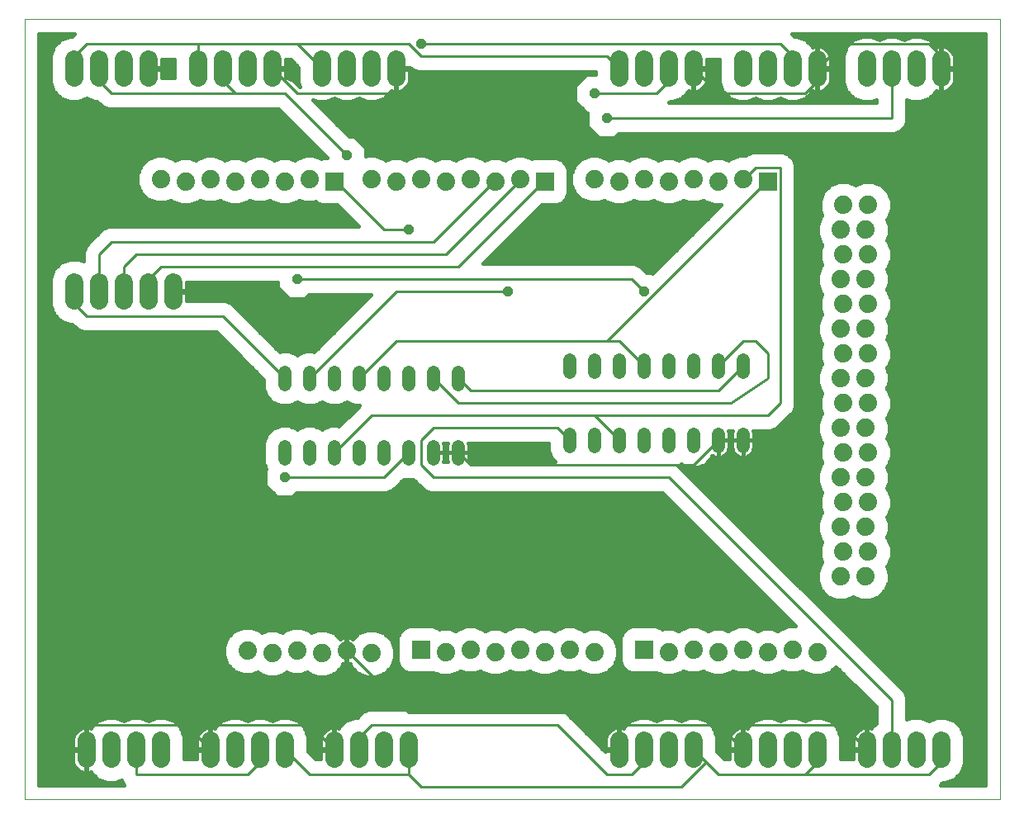
<source format=gbl>
G75*
G70*
%OFA0B0*%
%FSLAX24Y24*%
%IPPOS*%
%LPD*%
%AMOC8*
5,1,8,0,0,1.08239X$1,22.5*
%
%ADD10C,0.0000*%
%ADD11R,0.0740X0.0740*%
%ADD12C,0.0740*%
%ADD13C,0.0740*%
%ADD14C,0.0520*%
%ADD15C,0.0100*%
%ADD16C,0.0160*%
%ADD17OC8,0.0400*%
D10*
X000180Y000180D02*
X000180Y031676D01*
X039550Y031676D01*
X039550Y000180D01*
X000180Y000180D01*
D11*
X016180Y006230D03*
X025180Y006230D03*
X021180Y025130D03*
X012680Y025130D03*
X030180Y025130D03*
D12*
X029180Y025230D03*
X028180Y025130D03*
X027180Y025230D03*
X026180Y025130D03*
X025180Y025230D03*
X024180Y025130D03*
X023180Y025230D03*
X020180Y025230D03*
X019180Y025130D03*
X018180Y025230D03*
X017180Y025130D03*
X016180Y025230D03*
X015180Y025130D03*
X014180Y025230D03*
X011680Y025230D03*
X010680Y025130D03*
X009680Y025230D03*
X008680Y025130D03*
X007680Y025230D03*
X006680Y025130D03*
X005680Y025230D03*
X009180Y006180D03*
X010180Y006080D03*
X011180Y006180D03*
X012180Y006080D03*
X013180Y006180D03*
X014180Y006080D03*
X017180Y006130D03*
X018180Y006230D03*
X019180Y006130D03*
X020180Y006230D03*
X021180Y006130D03*
X022180Y006230D03*
X023180Y006130D03*
X026180Y006130D03*
X027180Y006230D03*
X028180Y006130D03*
X029180Y006230D03*
X030180Y006130D03*
X031180Y006230D03*
X032180Y006130D03*
X033130Y009180D03*
X034130Y009180D03*
X034230Y010180D03*
X033230Y010180D03*
X033130Y011180D03*
X034130Y011180D03*
X034230Y012180D03*
X033230Y012180D03*
X033130Y013180D03*
X034130Y013180D03*
X034230Y014180D03*
X033230Y014180D03*
X033130Y015180D03*
X034130Y015180D03*
X034230Y016180D03*
X033230Y016180D03*
X033130Y017180D03*
X034130Y017180D03*
X034230Y018180D03*
X033230Y018180D03*
X033130Y019180D03*
X034130Y019180D03*
X034230Y020180D03*
X033230Y020180D03*
X033130Y021180D03*
X034130Y021180D03*
X034230Y022180D03*
X033230Y022180D03*
X033130Y023180D03*
X034130Y023180D03*
X034230Y024180D03*
X033230Y024180D03*
D13*
X034180Y029310D02*
X034180Y030050D01*
X035180Y030050D02*
X035180Y029310D01*
X036180Y029310D02*
X036180Y030050D01*
X037180Y030050D02*
X037180Y029310D01*
X032180Y029310D02*
X032180Y030050D01*
X031180Y030050D02*
X031180Y029310D01*
X030180Y029310D02*
X030180Y030050D01*
X029180Y030050D02*
X029180Y029310D01*
X027180Y029310D02*
X027180Y030050D01*
X026180Y030050D02*
X026180Y029310D01*
X025180Y029310D02*
X025180Y030050D01*
X024180Y030050D02*
X024180Y029310D01*
X015180Y029310D02*
X015180Y030050D01*
X014180Y030050D02*
X014180Y029310D01*
X013180Y029310D02*
X013180Y030050D01*
X012180Y030050D02*
X012180Y029310D01*
X010180Y029310D02*
X010180Y030050D01*
X009180Y030050D02*
X009180Y029310D01*
X008180Y029310D02*
X008180Y030050D01*
X007180Y030050D02*
X007180Y029310D01*
X005180Y029310D02*
X005180Y030050D01*
X004180Y030050D02*
X004180Y029310D01*
X003180Y029310D02*
X003180Y030050D01*
X002180Y030050D02*
X002180Y029310D01*
X002180Y021050D02*
X002180Y020310D01*
X003180Y020310D02*
X003180Y021050D01*
X004180Y021050D02*
X004180Y020310D01*
X005180Y020310D02*
X005180Y021050D01*
X006180Y021050D02*
X006180Y020310D01*
X005680Y002550D02*
X005680Y001810D01*
X004680Y001810D02*
X004680Y002550D01*
X003680Y002550D02*
X003680Y001810D01*
X002680Y001810D02*
X002680Y002550D01*
X007680Y002550D02*
X007680Y001810D01*
X008680Y001810D02*
X008680Y002550D01*
X009680Y002550D02*
X009680Y001810D01*
X010680Y001810D02*
X010680Y002550D01*
X012680Y002550D02*
X012680Y001810D01*
X013680Y001810D02*
X013680Y002550D01*
X014680Y002550D02*
X014680Y001810D01*
X015680Y001810D02*
X015680Y002550D01*
X024180Y002550D02*
X024180Y001810D01*
X025180Y001810D02*
X025180Y002550D01*
X026180Y002550D02*
X026180Y001810D01*
X027180Y001810D02*
X027180Y002550D01*
X029180Y002550D02*
X029180Y001810D01*
X030180Y001810D02*
X030180Y002550D01*
X031180Y002550D02*
X031180Y001810D01*
X032180Y001810D02*
X032180Y002550D01*
X034180Y002550D02*
X034180Y001810D01*
X035180Y001810D02*
X035180Y002550D01*
X036180Y002550D02*
X036180Y001810D01*
X037180Y001810D02*
X037180Y002550D01*
D14*
X029180Y014420D02*
X029180Y014940D01*
X028180Y014940D02*
X028180Y014420D01*
X027180Y014420D02*
X027180Y014940D01*
X026180Y014940D02*
X026180Y014420D01*
X025180Y014420D02*
X025180Y014940D01*
X024180Y014940D02*
X024180Y014420D01*
X023180Y014420D02*
X023180Y014940D01*
X022180Y014940D02*
X022180Y014420D01*
X022180Y017420D02*
X022180Y017940D01*
X023180Y017940D02*
X023180Y017420D01*
X024180Y017420D02*
X024180Y017940D01*
X025180Y017940D02*
X025180Y017420D01*
X026180Y017420D02*
X026180Y017940D01*
X027180Y017940D02*
X027180Y017420D01*
X028180Y017420D02*
X028180Y017940D01*
X029180Y017940D02*
X029180Y017420D01*
X017680Y017440D02*
X017680Y016920D01*
X016680Y016920D02*
X016680Y017440D01*
X015680Y017440D02*
X015680Y016920D01*
X014680Y016920D02*
X014680Y017440D01*
X013680Y017440D02*
X013680Y016920D01*
X012680Y016920D02*
X012680Y017440D01*
X011680Y017440D02*
X011680Y016920D01*
X010680Y016920D02*
X010680Y017440D01*
X010680Y014440D02*
X010680Y013920D01*
X011680Y013920D02*
X011680Y014440D01*
X012680Y014440D02*
X012680Y013920D01*
X013680Y013920D02*
X013680Y014440D01*
X014680Y014440D02*
X014680Y013920D01*
X015680Y013920D02*
X015680Y014440D01*
X016680Y014440D02*
X016680Y013920D01*
X017680Y013920D02*
X017680Y014440D01*
D15*
X017680Y014180D02*
X018180Y013680D01*
X027180Y013680D01*
X028180Y014680D01*
X029180Y014680D01*
X030180Y015680D02*
X030680Y016180D01*
X030680Y025680D01*
X029680Y025680D01*
X029180Y025180D01*
X029180Y025230D01*
X030180Y025180D02*
X030180Y025130D01*
X030180Y025180D02*
X023680Y018680D01*
X015180Y018680D01*
X013680Y017180D01*
X014180Y015680D02*
X023180Y015680D01*
X030180Y015680D01*
X030180Y017180D02*
X030180Y018180D01*
X029680Y018680D01*
X029180Y018680D01*
X028180Y017680D01*
X029180Y017680D02*
X028180Y016680D01*
X018180Y016680D01*
X017680Y017180D01*
X017680Y016180D02*
X028680Y016180D01*
X030180Y017180D01*
X025180Y017680D02*
X024180Y018680D01*
X023680Y018680D01*
X025180Y020680D02*
X024680Y021180D01*
X011180Y021180D01*
X008180Y019680D02*
X010680Y017180D01*
X011680Y017180D02*
X015180Y020680D01*
X019680Y020680D01*
X017680Y021680D02*
X021180Y025180D01*
X021180Y025130D01*
X020180Y025180D02*
X020180Y025230D01*
X020180Y025180D02*
X017180Y022180D01*
X004680Y022180D01*
X004180Y021680D01*
X004180Y020680D01*
X005180Y020680D02*
X005180Y021180D01*
X005680Y021680D01*
X017680Y021680D01*
X016680Y022680D02*
X019180Y025180D01*
X019180Y025130D01*
X016680Y022680D02*
X003680Y022680D01*
X003180Y022180D01*
X003180Y020680D01*
X002180Y020680D02*
X002180Y020180D01*
X002680Y019680D01*
X008180Y019680D01*
X012680Y014180D02*
X014180Y015680D01*
X015680Y014180D02*
X014680Y013180D01*
X010680Y013180D01*
X016180Y013680D02*
X016180Y014680D01*
X016680Y015180D01*
X021680Y015180D01*
X022180Y014680D01*
X023180Y015680D02*
X024180Y014680D01*
X026180Y013180D02*
X035180Y004180D01*
X035180Y002180D01*
X034180Y002180D02*
X033180Y003180D01*
X028180Y003180D01*
X029180Y002180D01*
X028180Y001180D02*
X031680Y001180D01*
X036680Y001180D01*
X037180Y001680D01*
X037180Y002180D01*
X032180Y002180D02*
X032180Y001680D01*
X031680Y001180D01*
X028180Y001180D02*
X027680Y001680D01*
X026680Y000680D01*
X016180Y000680D01*
X015680Y001180D01*
X011680Y001180D01*
X010680Y002180D01*
X009680Y002180D02*
X009680Y001680D01*
X009180Y001180D01*
X004680Y001180D01*
X004680Y002180D01*
X002680Y002180D02*
X002680Y003180D01*
X006680Y003180D01*
X011680Y003180D01*
X012680Y002180D01*
X013680Y002180D02*
X013680Y002680D01*
X014180Y003180D01*
X021680Y003180D01*
X023680Y001180D01*
X024680Y001180D01*
X025180Y001680D01*
X025180Y002180D01*
X024180Y002180D02*
X024180Y003180D01*
X023680Y003680D01*
X015680Y003680D01*
X013180Y006180D01*
X015680Y002180D02*
X015680Y001180D01*
X007680Y002180D02*
X006680Y003180D01*
X016680Y013180D02*
X016180Y013680D01*
X016680Y013180D02*
X026180Y013180D01*
X017680Y014180D02*
X016680Y014180D01*
X017680Y016180D02*
X016680Y017180D01*
X015680Y023180D02*
X014680Y023180D01*
X012680Y025180D01*
X012680Y025130D01*
X013180Y026180D02*
X010680Y028680D01*
X008680Y028680D01*
X003680Y028680D01*
X003180Y029180D01*
X003180Y029680D01*
X002180Y029680D02*
X002180Y030180D01*
X002680Y030680D01*
X007180Y030680D01*
X011180Y030680D01*
X015680Y030680D01*
X016180Y030180D01*
X023680Y030180D01*
X024180Y029680D01*
X023180Y028680D02*
X025680Y028680D01*
X026180Y029180D01*
X026180Y029680D01*
X027180Y029680D02*
X028180Y028680D01*
X031680Y028680D01*
X032180Y029180D01*
X032180Y029680D01*
X033180Y030680D01*
X036680Y030680D01*
X037180Y030180D01*
X037180Y029680D01*
X035180Y029680D02*
X035180Y027680D01*
X023680Y027680D01*
X030680Y030680D02*
X031180Y030180D01*
X031180Y029680D01*
X030680Y030680D02*
X016180Y030680D01*
X015180Y029680D02*
X015180Y028680D01*
X011180Y028680D01*
X010180Y029680D01*
X011180Y030680D02*
X012180Y029680D01*
X008680Y028680D02*
X008180Y029180D01*
X008180Y029680D01*
X007180Y029680D02*
X007180Y030680D01*
X024180Y003180D02*
X028180Y003180D01*
X027180Y002180D02*
X027680Y001680D01*
D16*
X028130Y002121D02*
X028130Y002739D01*
X027985Y003088D01*
X027718Y003355D01*
X027369Y003500D01*
X026991Y003500D01*
X026680Y003371D01*
X026369Y003500D01*
X025991Y003500D01*
X025680Y003371D01*
X025369Y003500D01*
X024991Y003500D01*
X024642Y003355D01*
X024375Y003088D01*
X024366Y003068D01*
X024309Y003086D01*
X024223Y003100D01*
X024210Y003100D01*
X024210Y002210D01*
X024150Y002210D01*
X024150Y003100D01*
X024137Y003100D01*
X024051Y003086D01*
X023969Y003060D01*
X023892Y003020D01*
X023822Y002970D01*
X023760Y002908D01*
X023710Y002838D01*
X023670Y002761D01*
X023644Y002679D01*
X023630Y002593D01*
X023630Y002210D01*
X024150Y002210D01*
X024150Y002150D01*
X023630Y002150D01*
X023630Y002121D01*
X022037Y003714D01*
X021805Y003810D01*
X014055Y003810D01*
X013823Y003714D01*
X013609Y003500D01*
X013491Y003500D01*
X013142Y003355D01*
X012875Y003088D01*
X012866Y003068D01*
X012809Y003086D01*
X012723Y003100D01*
X012710Y003100D01*
X012710Y002210D01*
X012650Y002210D01*
X012650Y003100D01*
X012637Y003100D01*
X012551Y003086D01*
X012469Y003060D01*
X012392Y003020D01*
X012322Y002970D01*
X012260Y002908D01*
X012210Y002838D01*
X012170Y002761D01*
X012144Y002679D01*
X012130Y002593D01*
X012130Y002210D01*
X012650Y002210D01*
X012650Y002150D01*
X012130Y002150D01*
X012130Y001810D01*
X011941Y001810D01*
X011630Y002121D01*
X011630Y002739D01*
X011485Y003088D01*
X011218Y003355D01*
X010869Y003500D01*
X010491Y003500D01*
X010180Y003371D01*
X009869Y003500D01*
X009491Y003500D01*
X009180Y003371D01*
X008869Y003500D01*
X008491Y003500D01*
X008142Y003355D01*
X007875Y003088D01*
X007866Y003068D01*
X007809Y003086D01*
X007723Y003100D01*
X007710Y003100D01*
X007710Y002210D01*
X007650Y002210D01*
X007650Y003100D01*
X007637Y003100D01*
X007551Y003086D01*
X007469Y003060D01*
X007392Y003020D01*
X007322Y002970D01*
X007260Y002908D01*
X007210Y002838D01*
X007170Y002761D01*
X007144Y002679D01*
X007130Y002593D01*
X007130Y002210D01*
X007650Y002210D01*
X007650Y002150D01*
X007130Y002150D01*
X007130Y001810D01*
X006630Y001810D01*
X006630Y002739D01*
X006485Y003088D01*
X006218Y003355D01*
X005869Y003500D01*
X005491Y003500D01*
X005180Y003371D01*
X004869Y003500D01*
X004491Y003500D01*
X004180Y003371D01*
X003869Y003500D01*
X003491Y003500D01*
X003142Y003355D01*
X002875Y003088D01*
X002866Y003068D01*
X002809Y003086D01*
X002723Y003100D01*
X002710Y003100D01*
X002710Y002210D01*
X002650Y002210D01*
X002650Y003100D01*
X002637Y003100D01*
X002551Y003086D01*
X002469Y003060D01*
X002392Y003020D01*
X002322Y002970D01*
X002260Y002908D01*
X002210Y002838D01*
X002170Y002761D01*
X002144Y002679D01*
X002130Y002593D01*
X002130Y002210D01*
X002650Y002210D01*
X002650Y002150D01*
X002710Y002150D01*
X002710Y001260D01*
X002723Y001260D01*
X002809Y001274D01*
X002866Y001292D01*
X002875Y001272D01*
X003142Y001005D01*
X003491Y000860D01*
X003869Y000860D01*
X004092Y000953D01*
X004146Y000823D01*
X004209Y000760D01*
X000760Y000760D01*
X000760Y031096D01*
X002205Y031096D01*
X002109Y031000D01*
X001991Y031000D01*
X001642Y030855D01*
X001375Y030588D01*
X001230Y030239D01*
X001230Y029121D01*
X001375Y028772D01*
X001642Y028505D01*
X001991Y028360D01*
X002369Y028360D01*
X002680Y028489D01*
X002991Y028360D01*
X003109Y028360D01*
X003323Y028146D01*
X003555Y028050D01*
X010419Y028050D01*
X012389Y026080D01*
X012195Y026080D01*
X012153Y026063D01*
X011869Y026180D01*
X011491Y026180D01*
X011142Y026035D01*
X011093Y025987D01*
X010869Y026080D01*
X010491Y026080D01*
X010267Y025987D01*
X010218Y026035D01*
X009869Y026180D01*
X009491Y026180D01*
X009142Y026035D01*
X009093Y025987D01*
X008869Y026080D01*
X008491Y026080D01*
X008267Y025987D01*
X008218Y026035D01*
X007869Y026180D01*
X007491Y026180D01*
X007142Y026035D01*
X007093Y025987D01*
X006869Y026080D01*
X006491Y026080D01*
X006267Y025987D01*
X006218Y026035D01*
X005869Y026180D01*
X005491Y026180D01*
X005142Y026035D01*
X004875Y025768D01*
X004730Y025419D01*
X004730Y025041D01*
X004875Y024692D01*
X005142Y024425D01*
X005491Y024280D01*
X005869Y024280D01*
X006093Y024373D01*
X006142Y024325D01*
X006491Y024180D01*
X006869Y024180D01*
X007218Y024325D01*
X007267Y024373D01*
X007491Y024280D01*
X007869Y024280D01*
X008093Y024373D01*
X008142Y024325D01*
X008491Y024180D01*
X008869Y024180D01*
X009218Y024325D01*
X009267Y024373D01*
X009491Y024280D01*
X009869Y024280D01*
X010093Y024373D01*
X010142Y024325D01*
X010491Y024180D01*
X010869Y024180D01*
X011218Y024325D01*
X011267Y024373D01*
X011491Y024280D01*
X011869Y024280D01*
X011940Y024310D01*
X011981Y024268D01*
X012195Y024180D01*
X012789Y024180D01*
X013659Y023310D01*
X003555Y023310D01*
X003323Y023214D01*
X002823Y022714D01*
X002646Y022537D01*
X002550Y022305D01*
X002550Y021925D01*
X002369Y022000D01*
X001991Y022000D01*
X001642Y021855D01*
X001375Y021588D01*
X001230Y021239D01*
X001230Y020121D01*
X001375Y019772D01*
X001642Y019505D01*
X001991Y019360D01*
X002109Y019360D01*
X002323Y019146D01*
X002555Y019050D01*
X007919Y019050D01*
X009840Y017129D01*
X009840Y016753D01*
X009968Y016444D01*
X010204Y016208D01*
X010513Y016080D01*
X010847Y016080D01*
X011156Y016208D01*
X011180Y016232D01*
X011204Y016208D01*
X011513Y016080D01*
X011847Y016080D01*
X012156Y016208D01*
X012180Y016232D01*
X012204Y016208D01*
X012513Y016080D01*
X012847Y016080D01*
X013156Y016208D01*
X013180Y016232D01*
X013204Y016208D01*
X013513Y016080D01*
X013689Y016080D01*
X013646Y016037D01*
X012877Y015268D01*
X012847Y015280D01*
X012513Y015280D01*
X012204Y015152D01*
X012180Y015128D01*
X012156Y015152D01*
X011847Y015280D01*
X011513Y015280D01*
X011204Y015152D01*
X011180Y015128D01*
X011156Y015152D01*
X010847Y015280D01*
X010513Y015280D01*
X010204Y015152D01*
X009968Y014916D01*
X009840Y014607D01*
X009840Y013753D01*
X009931Y013534D01*
X009900Y013503D01*
X009900Y012857D01*
X010357Y012400D01*
X011003Y012400D01*
X011153Y012550D01*
X014805Y012550D01*
X015037Y012646D01*
X015214Y012823D01*
X015483Y013092D01*
X015513Y013080D01*
X015847Y013080D01*
X015877Y013092D01*
X016323Y012646D01*
X016555Y012550D01*
X025919Y012550D01*
X031289Y007180D01*
X030991Y007180D01*
X030642Y007035D01*
X030593Y006987D01*
X030369Y007080D01*
X029991Y007080D01*
X029767Y006987D01*
X029718Y007035D01*
X029369Y007180D01*
X028991Y007180D01*
X028642Y007035D01*
X028593Y006987D01*
X028369Y007080D01*
X027991Y007080D01*
X027767Y006987D01*
X027718Y007035D01*
X027369Y007180D01*
X026991Y007180D01*
X026642Y007035D01*
X026593Y006987D01*
X026369Y007080D01*
X025991Y007080D01*
X025920Y007050D01*
X025879Y007092D01*
X025665Y007180D01*
X024695Y007180D01*
X024481Y007092D01*
X024318Y006929D01*
X024230Y006715D01*
X024230Y005745D01*
X024318Y005531D01*
X024481Y005368D01*
X024695Y005280D01*
X025665Y005280D01*
X025707Y005297D01*
X025991Y005180D01*
X026369Y005180D01*
X026718Y005325D01*
X026767Y005373D01*
X026991Y005280D01*
X027369Y005280D01*
X027593Y005373D01*
X027642Y005325D01*
X027991Y005180D01*
X028369Y005180D01*
X028718Y005325D01*
X028767Y005373D01*
X028991Y005280D01*
X029369Y005280D01*
X029593Y005373D01*
X029642Y005325D01*
X029991Y005180D01*
X030369Y005180D01*
X030718Y005325D01*
X030767Y005373D01*
X030991Y005280D01*
X031369Y005280D01*
X031593Y005373D01*
X031642Y005325D01*
X031991Y005180D01*
X032369Y005180D01*
X032718Y005325D01*
X032931Y005538D01*
X034550Y003919D01*
X034550Y003264D01*
X034375Y003088D01*
X034366Y003068D01*
X034309Y003086D01*
X034223Y003100D01*
X034210Y003100D01*
X034210Y002210D01*
X034150Y002210D01*
X034150Y003100D01*
X034137Y003100D01*
X034051Y003086D01*
X033969Y003060D01*
X033892Y003020D01*
X033822Y002970D01*
X033760Y002908D01*
X033710Y002838D01*
X033670Y002761D01*
X033644Y002679D01*
X033630Y002593D01*
X033630Y002210D01*
X034150Y002210D01*
X034150Y002150D01*
X033630Y002150D01*
X033630Y001810D01*
X033130Y001810D01*
X033130Y002739D01*
X032985Y003088D01*
X032718Y003355D01*
X032369Y003500D01*
X031991Y003500D01*
X031680Y003371D01*
X031369Y003500D01*
X030991Y003500D01*
X030680Y003371D01*
X030369Y003500D01*
X029991Y003500D01*
X029642Y003355D01*
X029375Y003088D01*
X029366Y003068D01*
X029309Y003086D01*
X029223Y003100D01*
X029210Y003100D01*
X029210Y002210D01*
X029150Y002210D01*
X029150Y003100D01*
X029137Y003100D01*
X029051Y003086D01*
X028969Y003060D01*
X028892Y003020D01*
X028822Y002970D01*
X028760Y002908D01*
X028710Y002838D01*
X028670Y002761D01*
X028644Y002679D01*
X028630Y002593D01*
X028630Y002210D01*
X029150Y002210D01*
X029150Y002150D01*
X028630Y002150D01*
X028630Y001810D01*
X028441Y001810D01*
X028214Y002037D01*
X028130Y002121D01*
X028169Y002082D02*
X028630Y002082D01*
X028630Y001924D02*
X028327Y001924D01*
X028130Y002241D02*
X028630Y002241D01*
X028630Y002399D02*
X028130Y002399D01*
X028130Y002558D02*
X028630Y002558D01*
X028656Y002716D02*
X028130Y002716D01*
X028074Y002875D02*
X028736Y002875D01*
X028916Y003033D02*
X028008Y003033D01*
X027882Y003192D02*
X029478Y003192D01*
X029637Y003350D02*
X027723Y003350D01*
X029150Y003033D02*
X029210Y003033D01*
X029210Y002875D02*
X029150Y002875D01*
X029150Y002716D02*
X029210Y002716D01*
X029210Y002558D02*
X029150Y002558D01*
X029150Y002399D02*
X029210Y002399D01*
X029210Y002241D02*
X029150Y002241D01*
X028543Y005252D02*
X029817Y005252D01*
X030543Y005252D02*
X031817Y005252D01*
X032543Y005252D02*
X033217Y005252D01*
X033059Y005411D02*
X032804Y005411D01*
X033376Y005094D02*
X000760Y005094D01*
X000760Y005252D02*
X008938Y005252D01*
X008991Y005230D02*
X009369Y005230D01*
X009593Y005323D01*
X009642Y005275D01*
X009991Y005130D01*
X010369Y005130D01*
X010718Y005275D01*
X010767Y005323D01*
X010991Y005230D01*
X011369Y005230D01*
X011593Y005323D01*
X011642Y005275D01*
X011991Y005130D01*
X012369Y005130D01*
X012718Y005275D01*
X012985Y005542D01*
X013030Y005650D01*
X013051Y005644D01*
X013137Y005630D01*
X013160Y005630D01*
X013160Y006160D01*
X013200Y006160D01*
X013200Y005630D01*
X013223Y005630D01*
X013309Y005644D01*
X013330Y005650D01*
X013375Y005542D01*
X013642Y005275D01*
X013991Y005130D01*
X014369Y005130D01*
X014718Y005275D01*
X014985Y005542D01*
X015130Y005891D01*
X015130Y006269D01*
X014985Y006618D01*
X014718Y006885D01*
X014369Y007030D01*
X013991Y007030D01*
X013642Y006885D01*
X013428Y006671D01*
X013391Y006690D01*
X013309Y006716D01*
X013223Y006730D01*
X013200Y006730D01*
X013200Y006200D01*
X013160Y006200D01*
X013160Y006730D01*
X013137Y006730D01*
X013051Y006716D01*
X012969Y006690D01*
X012932Y006671D01*
X012718Y006885D01*
X012369Y007030D01*
X011991Y007030D01*
X011767Y006937D01*
X011718Y006985D01*
X011369Y007130D01*
X010991Y007130D01*
X010642Y006985D01*
X010593Y006937D01*
X010369Y007030D01*
X009991Y007030D01*
X009767Y006937D01*
X009718Y006985D01*
X009369Y007130D01*
X008991Y007130D01*
X008642Y006985D01*
X008375Y006718D01*
X008230Y006369D01*
X008230Y005991D01*
X008375Y005642D01*
X008642Y005375D01*
X008991Y005230D01*
X008606Y005411D02*
X000760Y005411D01*
X000760Y005569D02*
X008447Y005569D01*
X008339Y005728D02*
X000760Y005728D01*
X000760Y005886D02*
X008274Y005886D01*
X008230Y006045D02*
X000760Y006045D01*
X000760Y006203D02*
X008230Y006203D01*
X008230Y006362D02*
X000760Y006362D01*
X000760Y006520D02*
X008293Y006520D01*
X008358Y006679D02*
X000760Y006679D01*
X000760Y006837D02*
X008494Y006837D01*
X008666Y006996D02*
X000760Y006996D01*
X000760Y007154D02*
X015632Y007154D01*
X015695Y007180D02*
X015481Y007092D01*
X015318Y006929D01*
X015230Y006715D01*
X015230Y005745D01*
X015318Y005531D01*
X015481Y005368D01*
X015695Y005280D01*
X016665Y005280D01*
X016707Y005297D01*
X016991Y005180D01*
X017369Y005180D01*
X017718Y005325D01*
X017767Y005373D01*
X017991Y005280D01*
X018369Y005280D01*
X018593Y005373D01*
X018642Y005325D01*
X018991Y005180D01*
X019369Y005180D01*
X019718Y005325D01*
X019767Y005373D01*
X019991Y005280D01*
X020369Y005280D01*
X020593Y005373D01*
X020642Y005325D01*
X020991Y005180D01*
X021369Y005180D01*
X021718Y005325D01*
X021767Y005373D01*
X021991Y005280D01*
X022369Y005280D01*
X022593Y005373D01*
X022642Y005325D01*
X022991Y005180D01*
X023369Y005180D01*
X023718Y005325D01*
X023985Y005592D01*
X024130Y005941D01*
X024130Y006319D01*
X023985Y006668D01*
X023718Y006935D01*
X023369Y007080D01*
X022991Y007080D01*
X022767Y006987D01*
X022718Y007035D01*
X022369Y007180D01*
X021991Y007180D01*
X021642Y007035D01*
X021593Y006987D01*
X021369Y007080D01*
X020991Y007080D01*
X020767Y006987D01*
X020718Y007035D01*
X020369Y007180D01*
X019991Y007180D01*
X019642Y007035D01*
X019593Y006987D01*
X019369Y007080D01*
X018991Y007080D01*
X018767Y006987D01*
X018718Y007035D01*
X018369Y007180D01*
X017991Y007180D01*
X017642Y007035D01*
X017593Y006987D01*
X017369Y007080D01*
X016991Y007080D01*
X016920Y007050D01*
X016879Y007092D01*
X016665Y007180D01*
X015695Y007180D01*
X015385Y006996D02*
X014452Y006996D01*
X014766Y006837D02*
X015280Y006837D01*
X015230Y006679D02*
X014925Y006679D01*
X015026Y006520D02*
X015230Y006520D01*
X015230Y006362D02*
X015092Y006362D01*
X015130Y006203D02*
X015230Y006203D01*
X015230Y006045D02*
X015130Y006045D01*
X015128Y005886D02*
X015230Y005886D01*
X015237Y005728D02*
X015062Y005728D01*
X014997Y005569D02*
X015303Y005569D01*
X015439Y005411D02*
X014854Y005411D01*
X014664Y005252D02*
X016817Y005252D01*
X017543Y005252D02*
X018817Y005252D01*
X019543Y005252D02*
X020817Y005252D01*
X021543Y005252D02*
X022817Y005252D01*
X023543Y005252D02*
X025817Y005252D01*
X026543Y005252D02*
X027817Y005252D01*
X027758Y006996D02*
X027787Y006996D01*
X027432Y007154D02*
X028928Y007154D01*
X028602Y006996D02*
X028573Y006996D01*
X029432Y007154D02*
X030928Y007154D01*
X031157Y007313D02*
X000760Y007313D01*
X000760Y007471D02*
X030998Y007471D01*
X030840Y007630D02*
X000760Y007630D01*
X000760Y007788D02*
X030681Y007788D01*
X030523Y007947D02*
X000760Y007947D01*
X000760Y008105D02*
X030364Y008105D01*
X030206Y008264D02*
X000760Y008264D01*
X000760Y008422D02*
X030047Y008422D01*
X029889Y008581D02*
X000760Y008581D01*
X000760Y008739D02*
X029730Y008739D01*
X029572Y008898D02*
X000760Y008898D01*
X000760Y009056D02*
X029413Y009056D01*
X029255Y009215D02*
X000760Y009215D01*
X000760Y009373D02*
X029096Y009373D01*
X028938Y009532D02*
X000760Y009532D01*
X000760Y009690D02*
X028779Y009690D01*
X028621Y009849D02*
X000760Y009849D01*
X000760Y010007D02*
X028462Y010007D01*
X028304Y010166D02*
X000760Y010166D01*
X000760Y010324D02*
X028145Y010324D01*
X027987Y010483D02*
X000760Y010483D01*
X000760Y010641D02*
X027828Y010641D01*
X027670Y010800D02*
X000760Y010800D01*
X000760Y010958D02*
X027511Y010958D01*
X027353Y011117D02*
X000760Y011117D01*
X000760Y011275D02*
X027194Y011275D01*
X027036Y011434D02*
X000760Y011434D01*
X000760Y011592D02*
X026877Y011592D01*
X026719Y011751D02*
X000760Y011751D01*
X000760Y011909D02*
X026560Y011909D01*
X026402Y012068D02*
X000760Y012068D01*
X000760Y012226D02*
X026243Y012226D01*
X026085Y012385D02*
X000760Y012385D01*
X000760Y012543D02*
X010214Y012543D01*
X010055Y012702D02*
X000760Y012702D01*
X000760Y012860D02*
X009900Y012860D01*
X009900Y013019D02*
X000760Y013019D01*
X000760Y013177D02*
X009900Y013177D01*
X009900Y013336D02*
X000760Y013336D01*
X000760Y013494D02*
X009900Y013494D01*
X009882Y013653D02*
X000760Y013653D01*
X000760Y013811D02*
X009840Y013811D01*
X009840Y013970D02*
X000760Y013970D01*
X000760Y014128D02*
X009840Y014128D01*
X009840Y014287D02*
X000760Y014287D01*
X000760Y014445D02*
X009840Y014445D01*
X009840Y014604D02*
X000760Y014604D01*
X000760Y014762D02*
X009904Y014762D01*
X009973Y014921D02*
X000760Y014921D01*
X000760Y015079D02*
X010131Y015079D01*
X010410Y015238D02*
X000760Y015238D01*
X000760Y015396D02*
X013005Y015396D01*
X013164Y015555D02*
X000760Y015555D01*
X000760Y015713D02*
X013322Y015713D01*
X013481Y015872D02*
X000760Y015872D01*
X000760Y016030D02*
X013639Y016030D01*
X013251Y016189D02*
X013109Y016189D01*
X012251Y016189D02*
X012109Y016189D01*
X011251Y016189D02*
X011109Y016189D01*
X010251Y016189D02*
X000760Y016189D01*
X000760Y016347D02*
X010065Y016347D01*
X009942Y016506D02*
X000760Y016506D01*
X000760Y016664D02*
X009877Y016664D01*
X009840Y016823D02*
X000760Y016823D01*
X000760Y016981D02*
X009840Y016981D01*
X009830Y017140D02*
X000760Y017140D01*
X000760Y017298D02*
X009671Y017298D01*
X009513Y017457D02*
X000760Y017457D01*
X000760Y017615D02*
X009354Y017615D01*
X009196Y017774D02*
X000760Y017774D01*
X000760Y017932D02*
X009037Y017932D01*
X008879Y018091D02*
X000760Y018091D01*
X000760Y018249D02*
X008720Y018249D01*
X008562Y018408D02*
X000760Y018408D01*
X000760Y018566D02*
X008403Y018566D01*
X008245Y018725D02*
X000760Y018725D01*
X000760Y018883D02*
X008086Y018883D01*
X007928Y019042D02*
X000760Y019042D01*
X000760Y019200D02*
X002269Y019200D01*
X002111Y019359D02*
X000760Y019359D01*
X000760Y019517D02*
X001629Y019517D01*
X001471Y019676D02*
X000760Y019676D01*
X000760Y019834D02*
X001349Y019834D01*
X001283Y019993D02*
X000760Y019993D01*
X000760Y020151D02*
X001230Y020151D01*
X001230Y020310D02*
X000760Y020310D01*
X000760Y020468D02*
X001230Y020468D01*
X001230Y020627D02*
X000760Y020627D01*
X000760Y020785D02*
X001230Y020785D01*
X001230Y020944D02*
X000760Y020944D01*
X000760Y021102D02*
X001230Y021102D01*
X001239Y021261D02*
X000760Y021261D01*
X000760Y021419D02*
X001305Y021419D01*
X001370Y021578D02*
X000760Y021578D01*
X000760Y021736D02*
X001523Y021736D01*
X001736Y021895D02*
X000760Y021895D01*
X000760Y022053D02*
X002550Y022053D01*
X002550Y022212D02*
X000760Y022212D01*
X000760Y022370D02*
X002577Y022370D01*
X002642Y022529D02*
X000760Y022529D01*
X000760Y022687D02*
X002796Y022687D01*
X002955Y022846D02*
X000760Y022846D01*
X000760Y023004D02*
X003113Y023004D01*
X003272Y023163D02*
X000760Y023163D01*
X000760Y023321D02*
X013648Y023321D01*
X013490Y023480D02*
X000760Y023480D01*
X000760Y023638D02*
X013331Y023638D01*
X013173Y023797D02*
X000760Y023797D01*
X000760Y023955D02*
X013014Y023955D01*
X012856Y024114D02*
X000760Y024114D01*
X000760Y024272D02*
X006269Y024272D01*
X007091Y024272D02*
X008269Y024272D01*
X009091Y024272D02*
X010269Y024272D01*
X011091Y024272D02*
X011978Y024272D01*
X011122Y026016D02*
X011025Y026016D01*
X011477Y026174D02*
X009883Y026174D01*
X010238Y026016D02*
X010335Y026016D01*
X009477Y026174D02*
X007883Y026174D01*
X008238Y026016D02*
X008335Y026016D01*
X009025Y026016D02*
X009122Y026016D01*
X007477Y026174D02*
X005883Y026174D01*
X006238Y026016D02*
X006335Y026016D01*
X007025Y026016D02*
X007122Y026016D01*
X005477Y026174D02*
X000760Y026174D01*
X000760Y026016D02*
X005122Y026016D01*
X004964Y025857D02*
X000760Y025857D01*
X000760Y025699D02*
X004846Y025699D01*
X004780Y025540D02*
X000760Y025540D01*
X000760Y025382D02*
X004730Y025382D01*
X004730Y025223D02*
X000760Y025223D01*
X000760Y025065D02*
X004730Y025065D01*
X004786Y024906D02*
X000760Y024906D01*
X000760Y024748D02*
X004852Y024748D01*
X004977Y024589D02*
X000760Y024589D01*
X000760Y024431D02*
X005136Y024431D01*
X006730Y021050D02*
X010400Y021050D01*
X010400Y020857D01*
X010857Y020400D01*
X011503Y020400D01*
X011653Y020550D01*
X014159Y020550D01*
X011877Y018268D01*
X011847Y018280D01*
X011513Y018280D01*
X011204Y018152D01*
X011180Y018128D01*
X011156Y018152D01*
X010847Y018280D01*
X010513Y018280D01*
X010483Y018268D01*
X008537Y020214D01*
X008305Y020310D01*
X006730Y020310D01*
X006730Y020650D01*
X006210Y020650D01*
X006210Y020710D01*
X006730Y020710D01*
X006730Y021050D01*
X006730Y020944D02*
X010400Y020944D01*
X010472Y020785D02*
X006730Y020785D01*
X006730Y020627D02*
X010630Y020627D01*
X010789Y020468D02*
X006730Y020468D01*
X008306Y020310D02*
X013919Y020310D01*
X014077Y020468D02*
X011571Y020468D01*
X013126Y019517D02*
X009234Y019517D01*
X009392Y019359D02*
X012968Y019359D01*
X012809Y019200D02*
X009551Y019200D01*
X009709Y019042D02*
X012651Y019042D01*
X012492Y018883D02*
X009868Y018883D01*
X010026Y018725D02*
X012334Y018725D01*
X012175Y018566D02*
X010185Y018566D01*
X010343Y018408D02*
X012017Y018408D01*
X011438Y018249D02*
X010922Y018249D01*
X009075Y019676D02*
X013285Y019676D01*
X013443Y019834D02*
X008917Y019834D01*
X008758Y019993D02*
X013602Y019993D01*
X013760Y020151D02*
X008600Y020151D01*
X010950Y015238D02*
X011410Y015238D01*
X011950Y015238D02*
X012410Y015238D01*
X015251Y012860D02*
X016109Y012860D01*
X015951Y013019D02*
X015409Y013019D01*
X015092Y012702D02*
X016268Y012702D01*
X017107Y013810D02*
X017109Y013817D01*
X017120Y013885D01*
X017120Y014180D01*
X017120Y014475D01*
X017109Y014543D01*
X017107Y014550D01*
X017253Y014550D01*
X017251Y014543D01*
X017240Y014475D01*
X017240Y014180D01*
X017680Y014180D01*
X018120Y014180D01*
X018120Y014475D01*
X018109Y014543D01*
X018107Y014550D01*
X021340Y014550D01*
X021340Y014253D01*
X021468Y013944D01*
X021602Y013810D01*
X018107Y013810D01*
X018109Y013817D01*
X018120Y013885D01*
X018120Y014180D01*
X017680Y014180D01*
X017680Y014180D01*
X017680Y014180D01*
X017240Y014180D01*
X017240Y013885D01*
X017251Y013817D01*
X017253Y013810D01*
X017107Y013810D01*
X017107Y013811D02*
X017253Y013811D01*
X017240Y013970D02*
X017120Y013970D01*
X017120Y014128D02*
X017240Y014128D01*
X017120Y014180D02*
X016810Y014180D01*
X017120Y014180D01*
X017120Y014287D02*
X017240Y014287D01*
X017240Y014445D02*
X017120Y014445D01*
X016810Y014180D02*
X016810Y014180D01*
X018120Y014128D02*
X021392Y014128D01*
X021340Y014287D02*
X018120Y014287D01*
X018120Y014445D02*
X021340Y014445D01*
X021457Y013970D02*
X018120Y013970D01*
X018107Y013811D02*
X021601Y013811D01*
X025926Y012543D02*
X011146Y012543D01*
X016728Y007154D02*
X017928Y007154D01*
X017602Y006996D02*
X017573Y006996D01*
X018432Y007154D02*
X019928Y007154D01*
X019602Y006996D02*
X019573Y006996D01*
X018787Y006996D02*
X018758Y006996D01*
X020432Y007154D02*
X021928Y007154D01*
X021602Y006996D02*
X021573Y006996D01*
X020787Y006996D02*
X020758Y006996D01*
X022432Y007154D02*
X024632Y007154D01*
X024385Y006996D02*
X023573Y006996D01*
X023816Y006837D02*
X024280Y006837D01*
X024230Y006679D02*
X023975Y006679D01*
X024047Y006520D02*
X024230Y006520D01*
X024230Y006362D02*
X024112Y006362D01*
X024130Y006203D02*
X024230Y006203D01*
X024230Y006045D02*
X024130Y006045D01*
X024107Y005886D02*
X024230Y005886D01*
X024237Y005728D02*
X024042Y005728D01*
X023963Y005569D02*
X024303Y005569D01*
X024439Y005411D02*
X023804Y005411D01*
X022787Y006996D02*
X022758Y006996D01*
X025728Y007154D02*
X026928Y007154D01*
X026602Y006996D02*
X026573Y006996D01*
X029758Y006996D02*
X029787Y006996D01*
X030573Y006996D02*
X030602Y006996D01*
X031987Y008264D02*
X032860Y008264D01*
X032941Y008230D02*
X033319Y008230D01*
X033630Y008359D01*
X033941Y008230D01*
X034319Y008230D01*
X034668Y008375D01*
X034935Y008642D01*
X035080Y008991D01*
X035080Y009369D01*
X034987Y009593D01*
X035035Y009642D01*
X035180Y009991D01*
X035180Y010369D01*
X035035Y010718D01*
X034987Y010767D01*
X035080Y010991D01*
X035080Y011369D01*
X034987Y011593D01*
X035035Y011642D01*
X035180Y011991D01*
X035180Y012369D01*
X035035Y012718D01*
X034987Y012767D01*
X035080Y012991D01*
X035080Y013369D01*
X034987Y013593D01*
X035035Y013642D01*
X035180Y013991D01*
X035180Y014369D01*
X035035Y014718D01*
X034987Y014767D01*
X035080Y014991D01*
X035080Y015369D01*
X034987Y015593D01*
X035035Y015642D01*
X035180Y015991D01*
X035180Y016369D01*
X035035Y016718D01*
X034987Y016767D01*
X035080Y016991D01*
X035080Y017369D01*
X034987Y017593D01*
X035035Y017642D01*
X035180Y017991D01*
X035180Y018369D01*
X035035Y018718D01*
X034987Y018767D01*
X035080Y018991D01*
X035080Y019369D01*
X034987Y019593D01*
X035035Y019642D01*
X035180Y019991D01*
X035180Y020369D01*
X035035Y020718D01*
X034987Y020767D01*
X035080Y020991D01*
X035080Y021369D01*
X034987Y021593D01*
X035035Y021642D01*
X035180Y021991D01*
X035180Y022369D01*
X035035Y022718D01*
X034987Y022767D01*
X035080Y022991D01*
X035080Y023369D01*
X034987Y023593D01*
X035035Y023642D01*
X035180Y023991D01*
X035180Y024369D01*
X035035Y024718D01*
X034768Y024985D01*
X034419Y025130D01*
X034041Y025130D01*
X033730Y025001D01*
X033419Y025130D01*
X033041Y025130D01*
X032692Y024985D01*
X032425Y024718D01*
X032280Y024369D01*
X032280Y023991D01*
X032373Y023767D01*
X032325Y023718D01*
X032180Y023369D01*
X032180Y022991D01*
X032325Y022642D01*
X032373Y022593D01*
X032280Y022369D01*
X032280Y021991D01*
X032373Y021767D01*
X032325Y021718D01*
X032180Y021369D01*
X032180Y020991D01*
X032325Y020642D01*
X032373Y020593D01*
X032280Y020369D01*
X032280Y019991D01*
X032373Y019767D01*
X032325Y019718D01*
X032180Y019369D01*
X032180Y018991D01*
X032325Y018642D01*
X032373Y018593D01*
X032280Y018369D01*
X032280Y017991D01*
X032373Y017767D01*
X032325Y017718D01*
X032180Y017369D01*
X032180Y016991D01*
X032325Y016642D01*
X032373Y016593D01*
X032280Y016369D01*
X032280Y015991D01*
X032373Y015767D01*
X032325Y015718D01*
X032180Y015369D01*
X032180Y014991D01*
X032325Y014642D01*
X032373Y014593D01*
X032280Y014369D01*
X032280Y013991D01*
X032373Y013767D01*
X032325Y013718D01*
X032180Y013369D01*
X032180Y012991D01*
X032325Y012642D01*
X032373Y012593D01*
X032280Y012369D01*
X032280Y011991D01*
X032373Y011767D01*
X032325Y011718D01*
X032180Y011369D01*
X032180Y010991D01*
X032325Y010642D01*
X032373Y010593D01*
X032280Y010369D01*
X032280Y009991D01*
X032373Y009767D01*
X032325Y009718D01*
X032180Y009369D01*
X032180Y008991D01*
X032325Y008642D01*
X032592Y008375D01*
X032941Y008230D01*
X032544Y008422D02*
X031829Y008422D01*
X031670Y008581D02*
X032386Y008581D01*
X032284Y008739D02*
X031512Y008739D01*
X031353Y008898D02*
X032219Y008898D01*
X032180Y009056D02*
X031195Y009056D01*
X031036Y009215D02*
X032180Y009215D01*
X032182Y009373D02*
X030878Y009373D01*
X030719Y009532D02*
X032247Y009532D01*
X032313Y009690D02*
X030561Y009690D01*
X030402Y009849D02*
X032339Y009849D01*
X032280Y010007D02*
X030244Y010007D01*
X030085Y010166D02*
X032280Y010166D01*
X032280Y010324D02*
X029927Y010324D01*
X029768Y010483D02*
X032327Y010483D01*
X032325Y010641D02*
X029610Y010641D01*
X029451Y010800D02*
X032259Y010800D01*
X032194Y010958D02*
X029293Y010958D01*
X029134Y011117D02*
X032180Y011117D01*
X032180Y011275D02*
X028976Y011275D01*
X028817Y011434D02*
X032207Y011434D01*
X032272Y011592D02*
X028659Y011592D01*
X028500Y011751D02*
X032357Y011751D01*
X032314Y011909D02*
X028342Y011909D01*
X028183Y012068D02*
X032280Y012068D01*
X032280Y012226D02*
X028025Y012226D01*
X027866Y012385D02*
X032286Y012385D01*
X032352Y012543D02*
X027708Y012543D01*
X027549Y012702D02*
X032300Y012702D01*
X032234Y012860D02*
X027391Y012860D01*
X027232Y013019D02*
X032180Y013019D01*
X032180Y013177D02*
X027074Y013177D01*
X026915Y013336D02*
X032180Y013336D01*
X032232Y013494D02*
X026757Y013494D01*
X026838Y013653D02*
X026598Y013653D01*
X026576Y013675D02*
X026656Y013708D01*
X026680Y013732D01*
X026704Y013708D01*
X027013Y013580D01*
X027347Y013580D01*
X027656Y013708D01*
X027892Y013944D01*
X027937Y014053D01*
X027949Y014044D01*
X028011Y014012D01*
X028077Y013991D01*
X028145Y013980D01*
X028180Y013980D01*
X028215Y013980D01*
X028283Y013991D01*
X028349Y014012D01*
X028411Y014044D01*
X028467Y014084D01*
X028516Y014133D01*
X028556Y014189D01*
X028588Y014251D01*
X028609Y014317D01*
X028620Y014385D01*
X028620Y014680D01*
X028620Y014975D01*
X028609Y015043D01*
X028607Y015050D01*
X028753Y015050D01*
X028751Y015043D01*
X028740Y014975D01*
X028740Y014680D01*
X029180Y014680D01*
X029620Y014680D01*
X029620Y014975D01*
X029609Y015043D01*
X029607Y015050D01*
X030305Y015050D01*
X030537Y015146D01*
X031037Y015646D01*
X031214Y015823D01*
X031310Y016055D01*
X031310Y025805D01*
X031214Y026037D01*
X031037Y026214D01*
X030805Y026310D01*
X029555Y026310D01*
X029323Y026214D01*
X029289Y026180D01*
X028991Y026180D01*
X028642Y026035D01*
X028593Y025987D01*
X028369Y026080D01*
X027991Y026080D01*
X027767Y025987D01*
X027718Y026035D01*
X027369Y026180D01*
X026991Y026180D01*
X026642Y026035D01*
X026593Y025987D01*
X026369Y026080D01*
X025991Y026080D01*
X025767Y025987D01*
X025718Y026035D01*
X025369Y026180D01*
X024991Y026180D01*
X024642Y026035D01*
X024593Y025987D01*
X024369Y026080D01*
X023991Y026080D01*
X023767Y025987D01*
X023718Y026035D01*
X023369Y026180D01*
X022991Y026180D01*
X022642Y026035D01*
X022375Y025768D01*
X022230Y025419D01*
X022230Y025041D01*
X022375Y024692D01*
X022642Y024425D01*
X022991Y024280D01*
X023369Y024280D01*
X023593Y024373D01*
X023642Y024325D01*
X023991Y024180D01*
X024369Y024180D01*
X024718Y024325D01*
X024767Y024373D01*
X024991Y024280D01*
X025369Y024280D01*
X025593Y024373D01*
X025642Y024325D01*
X025991Y024180D01*
X026369Y024180D01*
X026718Y024325D01*
X026767Y024373D01*
X026991Y024280D01*
X027369Y024280D01*
X027593Y024373D01*
X027642Y024325D01*
X027991Y024180D01*
X028289Y024180D01*
X025536Y021427D01*
X025503Y021460D01*
X025291Y021460D01*
X025214Y021537D01*
X025037Y021714D01*
X024805Y021810D01*
X018701Y021810D01*
X021071Y024180D01*
X021665Y024180D01*
X021879Y024268D01*
X022042Y024431D01*
X022130Y024645D01*
X022130Y025615D01*
X022042Y025829D01*
X021879Y025992D01*
X021665Y026080D01*
X020695Y026080D01*
X020653Y026063D01*
X020369Y026180D01*
X019991Y026180D01*
X019642Y026035D01*
X019593Y025987D01*
X019369Y026080D01*
X018991Y026080D01*
X018767Y025987D01*
X018718Y026035D01*
X018369Y026180D01*
X017991Y026180D01*
X017642Y026035D01*
X017593Y025987D01*
X017369Y026080D01*
X016991Y026080D01*
X016767Y025987D01*
X016718Y026035D01*
X016369Y026180D01*
X015991Y026180D01*
X015642Y026035D01*
X015593Y025987D01*
X015369Y026080D01*
X014991Y026080D01*
X014767Y025987D01*
X014718Y026035D01*
X014369Y026180D01*
X013991Y026180D01*
X013960Y026167D01*
X013960Y026503D01*
X013503Y026960D01*
X013291Y026960D01*
X011820Y028431D01*
X011991Y028360D01*
X012369Y028360D01*
X012680Y028489D01*
X012991Y028360D01*
X013369Y028360D01*
X013680Y028489D01*
X013991Y028360D01*
X014369Y028360D01*
X014718Y028505D01*
X014985Y028772D01*
X014994Y028792D01*
X015051Y028774D01*
X015137Y028760D01*
X015150Y028760D01*
X015150Y029650D01*
X015210Y029650D01*
X015210Y029710D01*
X015730Y029710D01*
X015730Y029739D01*
X015823Y029646D01*
X016055Y029550D01*
X023230Y029550D01*
X023230Y029460D01*
X022857Y029460D01*
X022400Y029003D01*
X022400Y028357D01*
X022857Y027900D01*
X022900Y027900D01*
X022900Y027357D01*
X023357Y026900D01*
X024003Y026900D01*
X024153Y027050D01*
X035305Y027050D01*
X035537Y027146D01*
X035714Y027323D01*
X035810Y027555D01*
X035810Y028435D01*
X035991Y028360D01*
X036369Y028360D01*
X036718Y028505D01*
X036985Y028772D01*
X036994Y028792D01*
X037051Y028774D01*
X037137Y028760D01*
X037150Y028760D01*
X037150Y029650D01*
X037210Y029650D01*
X037210Y029710D01*
X037730Y029710D01*
X037730Y030093D01*
X037716Y030179D01*
X037690Y030261D01*
X037650Y030338D01*
X037600Y030408D01*
X037538Y030470D01*
X037468Y030520D01*
X037391Y030560D01*
X037309Y030586D01*
X037223Y030600D01*
X037210Y030600D01*
X037210Y029710D01*
X037150Y029710D01*
X037150Y030600D01*
X037137Y030600D01*
X037051Y030586D01*
X036994Y030568D01*
X036985Y030588D01*
X036718Y030855D01*
X036369Y031000D01*
X035991Y031000D01*
X035680Y030871D01*
X035369Y031000D01*
X034991Y031000D01*
X034680Y030871D01*
X034369Y031000D01*
X033991Y031000D01*
X033642Y030855D01*
X033375Y030588D01*
X033230Y030239D01*
X033230Y029121D01*
X033375Y028772D01*
X033642Y028505D01*
X033991Y028360D01*
X034369Y028360D01*
X034550Y028435D01*
X034550Y028310D01*
X026201Y028310D01*
X026251Y028360D01*
X026369Y028360D01*
X026718Y028505D01*
X026985Y028772D01*
X026994Y028792D01*
X027051Y028774D01*
X027137Y028760D01*
X027150Y028760D01*
X027150Y029650D01*
X027210Y029650D01*
X027210Y029710D01*
X027730Y029710D01*
X027730Y030050D01*
X028230Y030050D01*
X028230Y029121D01*
X028375Y028772D01*
X028642Y028505D01*
X028991Y028360D01*
X029369Y028360D01*
X029680Y028489D01*
X029991Y028360D01*
X030369Y028360D01*
X030680Y028489D01*
X030991Y028360D01*
X031369Y028360D01*
X031718Y028505D01*
X031985Y028772D01*
X031994Y028792D01*
X032051Y028774D01*
X032137Y028760D01*
X032150Y028760D01*
X032150Y029650D01*
X032210Y029650D01*
X032210Y029710D01*
X032150Y029710D01*
X032150Y030600D01*
X032137Y030600D01*
X032051Y030586D01*
X031994Y030568D01*
X031985Y030588D01*
X031718Y030855D01*
X031369Y031000D01*
X031251Y031000D01*
X031155Y031096D01*
X038970Y031096D01*
X038970Y000760D01*
X037151Y000760D01*
X037251Y000860D01*
X037369Y000860D01*
X037718Y001005D01*
X037985Y001272D01*
X038130Y001621D01*
X038130Y002739D01*
X037985Y003088D01*
X037718Y003355D01*
X037369Y003500D01*
X036991Y003500D01*
X036680Y003371D01*
X036369Y003500D01*
X035991Y003500D01*
X035810Y003425D01*
X035810Y004305D01*
X035714Y004537D01*
X035537Y004714D01*
X026576Y013675D01*
X027522Y013653D02*
X032297Y013653D01*
X032355Y013811D02*
X027759Y013811D01*
X027903Y013970D02*
X032289Y013970D01*
X032280Y014128D02*
X029510Y014128D01*
X029516Y014133D02*
X029556Y014189D01*
X029588Y014251D01*
X029609Y014317D01*
X029620Y014385D01*
X029620Y014680D01*
X029180Y014680D01*
X029180Y014680D01*
X029180Y013980D01*
X029215Y013980D01*
X029283Y013991D01*
X029349Y014012D01*
X029411Y014044D01*
X029467Y014084D01*
X029516Y014133D01*
X029599Y014287D02*
X032280Y014287D01*
X032312Y014445D02*
X029620Y014445D01*
X029620Y014604D02*
X032363Y014604D01*
X032275Y014762D02*
X029620Y014762D01*
X029620Y014921D02*
X032209Y014921D01*
X032180Y015079D02*
X030375Y015079D01*
X030628Y015238D02*
X032180Y015238D01*
X032191Y015396D02*
X030787Y015396D01*
X030945Y015555D02*
X032257Y015555D01*
X032323Y015713D02*
X031104Y015713D01*
X031234Y015872D02*
X032330Y015872D01*
X032280Y016030D02*
X031300Y016030D01*
X031310Y016189D02*
X032280Y016189D01*
X032280Y016347D02*
X031310Y016347D01*
X031310Y016506D02*
X032337Y016506D01*
X032315Y016664D02*
X031310Y016664D01*
X031310Y016823D02*
X032250Y016823D01*
X032184Y016981D02*
X031310Y016981D01*
X031310Y017140D02*
X032180Y017140D01*
X032180Y017298D02*
X031310Y017298D01*
X031310Y017457D02*
X032216Y017457D01*
X032282Y017615D02*
X031310Y017615D01*
X031310Y017774D02*
X032370Y017774D01*
X032304Y017932D02*
X031310Y017932D01*
X031310Y018091D02*
X032280Y018091D01*
X032280Y018249D02*
X031310Y018249D01*
X031310Y018408D02*
X032296Y018408D01*
X032362Y018566D02*
X031310Y018566D01*
X031310Y018725D02*
X032290Y018725D01*
X032225Y018883D02*
X031310Y018883D01*
X031310Y019042D02*
X032180Y019042D01*
X032180Y019200D02*
X031310Y019200D01*
X031310Y019359D02*
X032180Y019359D01*
X032241Y019517D02*
X031310Y019517D01*
X031310Y019676D02*
X032307Y019676D01*
X032345Y019834D02*
X031310Y019834D01*
X031310Y019993D02*
X032280Y019993D01*
X032280Y020151D02*
X031310Y020151D01*
X031310Y020310D02*
X032280Y020310D01*
X032321Y020468D02*
X031310Y020468D01*
X031310Y020627D02*
X032340Y020627D01*
X032265Y020785D02*
X031310Y020785D01*
X031310Y020944D02*
X032200Y020944D01*
X032180Y021102D02*
X031310Y021102D01*
X031310Y021261D02*
X032180Y021261D01*
X032201Y021419D02*
X031310Y021419D01*
X031310Y021578D02*
X032266Y021578D01*
X032343Y021736D02*
X031310Y021736D01*
X031310Y021895D02*
X032320Y021895D01*
X032280Y022053D02*
X031310Y022053D01*
X031310Y022212D02*
X032280Y022212D01*
X032280Y022370D02*
X031310Y022370D01*
X031310Y022529D02*
X032346Y022529D01*
X032306Y022687D02*
X031310Y022687D01*
X031310Y022846D02*
X032240Y022846D01*
X032180Y023004D02*
X031310Y023004D01*
X031310Y023163D02*
X032180Y023163D01*
X032180Y023321D02*
X031310Y023321D01*
X031310Y023480D02*
X032226Y023480D01*
X032291Y023638D02*
X031310Y023638D01*
X031310Y023797D02*
X032361Y023797D01*
X032295Y023955D02*
X031310Y023955D01*
X031310Y024114D02*
X032280Y024114D01*
X032280Y024272D02*
X031310Y024272D01*
X031310Y024431D02*
X032306Y024431D01*
X032371Y024589D02*
X031310Y024589D01*
X031310Y024748D02*
X032454Y024748D01*
X032613Y024906D02*
X031310Y024906D01*
X031310Y025065D02*
X032883Y025065D01*
X033577Y025065D02*
X033883Y025065D01*
X034577Y025065D02*
X038970Y025065D01*
X038970Y025223D02*
X031310Y025223D01*
X031310Y025382D02*
X038970Y025382D01*
X038970Y025540D02*
X031310Y025540D01*
X031310Y025699D02*
X038970Y025699D01*
X038970Y025857D02*
X031289Y025857D01*
X031223Y026016D02*
X038970Y026016D01*
X038970Y026174D02*
X031077Y026174D01*
X028977Y026174D02*
X027383Y026174D01*
X027738Y026016D02*
X027835Y026016D01*
X028525Y026016D02*
X028622Y026016D01*
X026977Y026174D02*
X025383Y026174D01*
X025738Y026016D02*
X025835Y026016D01*
X026525Y026016D02*
X026622Y026016D01*
X024977Y026174D02*
X023383Y026174D01*
X023738Y026016D02*
X023835Y026016D01*
X024525Y026016D02*
X024622Y026016D01*
X024070Y026967D02*
X038970Y026967D01*
X038970Y027125D02*
X035486Y027125D01*
X035674Y027284D02*
X038970Y027284D01*
X038970Y027442D02*
X035763Y027442D01*
X035810Y027601D02*
X038970Y027601D01*
X038970Y027759D02*
X035810Y027759D01*
X035810Y027918D02*
X038970Y027918D01*
X038970Y028076D02*
X035810Y028076D01*
X035810Y028235D02*
X038970Y028235D01*
X038970Y028393D02*
X036449Y028393D01*
X036765Y028552D02*
X038970Y028552D01*
X038970Y028710D02*
X036924Y028710D01*
X037150Y028869D02*
X037210Y028869D01*
X037210Y028760D02*
X037223Y028760D01*
X037309Y028774D01*
X037391Y028800D01*
X037468Y028840D01*
X037538Y028890D01*
X037600Y028952D01*
X037650Y029022D01*
X037690Y029099D01*
X037716Y029181D01*
X037730Y029267D01*
X037730Y029650D01*
X037210Y029650D01*
X037210Y028760D01*
X037210Y029027D02*
X037150Y029027D01*
X037150Y029186D02*
X037210Y029186D01*
X037210Y029344D02*
X037150Y029344D01*
X037150Y029503D02*
X037210Y029503D01*
X037210Y029661D02*
X038970Y029661D01*
X038970Y029503D02*
X037730Y029503D01*
X037730Y029344D02*
X038970Y029344D01*
X038970Y029186D02*
X037717Y029186D01*
X037653Y029027D02*
X038970Y029027D01*
X038970Y028869D02*
X037508Y028869D01*
X037730Y029820D02*
X038970Y029820D01*
X038970Y029978D02*
X037730Y029978D01*
X037723Y030137D02*
X038970Y030137D01*
X038970Y030295D02*
X037672Y030295D01*
X037554Y030454D02*
X038970Y030454D01*
X038970Y030612D02*
X036961Y030612D01*
X036803Y030771D02*
X038970Y030771D01*
X038970Y030929D02*
X036540Y030929D01*
X035820Y030929D02*
X035540Y030929D01*
X034820Y030929D02*
X034540Y030929D01*
X033820Y030929D02*
X031540Y030929D01*
X031803Y030771D02*
X033557Y030771D01*
X033399Y030612D02*
X031961Y030612D01*
X032150Y030454D02*
X032210Y030454D01*
X032210Y030600D02*
X032210Y029710D01*
X032730Y029710D01*
X032730Y030093D01*
X032716Y030179D01*
X032690Y030261D01*
X032650Y030338D01*
X032600Y030408D01*
X032538Y030470D01*
X032468Y030520D01*
X032391Y030560D01*
X032309Y030586D01*
X032223Y030600D01*
X032210Y030600D01*
X032210Y030295D02*
X032150Y030295D01*
X032150Y030137D02*
X032210Y030137D01*
X032210Y029978D02*
X032150Y029978D01*
X032150Y029820D02*
X032210Y029820D01*
X032210Y029661D02*
X033230Y029661D01*
X033230Y029503D02*
X032730Y029503D01*
X032730Y029650D02*
X032730Y029267D01*
X032716Y029181D01*
X032690Y029099D01*
X032650Y029022D01*
X032600Y028952D01*
X032538Y028890D01*
X032468Y028840D01*
X032391Y028800D01*
X032309Y028774D01*
X032223Y028760D01*
X032210Y028760D01*
X032210Y029650D01*
X032730Y029650D01*
X032730Y029820D02*
X033230Y029820D01*
X033230Y029978D02*
X032730Y029978D01*
X032723Y030137D02*
X033230Y030137D01*
X033253Y030295D02*
X032672Y030295D01*
X032554Y030454D02*
X033319Y030454D01*
X033230Y029344D02*
X032730Y029344D01*
X032717Y029186D02*
X033230Y029186D01*
X033269Y029027D02*
X032653Y029027D01*
X032508Y028869D02*
X033335Y028869D01*
X033436Y028710D02*
X031924Y028710D01*
X031765Y028552D02*
X033595Y028552D01*
X033911Y028393D02*
X031449Y028393D01*
X030911Y028393D02*
X030449Y028393D01*
X029911Y028393D02*
X029449Y028393D01*
X028911Y028393D02*
X026449Y028393D01*
X026765Y028552D02*
X028595Y028552D01*
X028436Y028710D02*
X026924Y028710D01*
X027150Y028869D02*
X027210Y028869D01*
X027210Y028760D02*
X027223Y028760D01*
X027309Y028774D01*
X027391Y028800D01*
X027468Y028840D01*
X027538Y028890D01*
X027600Y028952D01*
X027650Y029022D01*
X027690Y029099D01*
X027716Y029181D01*
X027730Y029267D01*
X027730Y029650D01*
X027210Y029650D01*
X027210Y028760D01*
X027210Y029027D02*
X027150Y029027D01*
X027150Y029186D02*
X027210Y029186D01*
X027210Y029344D02*
X027150Y029344D01*
X027150Y029503D02*
X027210Y029503D01*
X027210Y029661D02*
X028230Y029661D01*
X028230Y029503D02*
X027730Y029503D01*
X027730Y029344D02*
X028230Y029344D01*
X028230Y029186D02*
X027717Y029186D01*
X027653Y029027D02*
X028269Y029027D01*
X028335Y028869D02*
X027508Y028869D01*
X027730Y029820D02*
X028230Y029820D01*
X028230Y029978D02*
X027730Y029978D01*
X031163Y031088D02*
X038970Y031088D01*
X037210Y030454D02*
X037150Y030454D01*
X037150Y030295D02*
X037210Y030295D01*
X037210Y030137D02*
X037150Y030137D01*
X037150Y029978D02*
X037210Y029978D01*
X037210Y029820D02*
X037150Y029820D01*
X035911Y028393D02*
X035810Y028393D01*
X034550Y028393D02*
X034449Y028393D01*
X032210Y028869D02*
X032150Y028869D01*
X032150Y029027D02*
X032210Y029027D01*
X032210Y029186D02*
X032150Y029186D01*
X032150Y029344D02*
X032210Y029344D01*
X032210Y029503D02*
X032150Y029503D01*
X034847Y024906D02*
X038970Y024906D01*
X038970Y024748D02*
X035006Y024748D01*
X035089Y024589D02*
X038970Y024589D01*
X038970Y024431D02*
X035154Y024431D01*
X035180Y024272D02*
X038970Y024272D01*
X038970Y024114D02*
X035180Y024114D01*
X035165Y023955D02*
X038970Y023955D01*
X038970Y023797D02*
X035099Y023797D01*
X035032Y023638D02*
X038970Y023638D01*
X038970Y023480D02*
X035034Y023480D01*
X035080Y023321D02*
X038970Y023321D01*
X038970Y023163D02*
X035080Y023163D01*
X035080Y023004D02*
X038970Y023004D01*
X038970Y022846D02*
X035020Y022846D01*
X035048Y022687D02*
X038970Y022687D01*
X038970Y022529D02*
X035114Y022529D01*
X035180Y022370D02*
X038970Y022370D01*
X038970Y022212D02*
X035180Y022212D01*
X035180Y022053D02*
X038970Y022053D01*
X038970Y021895D02*
X035140Y021895D01*
X035074Y021736D02*
X038970Y021736D01*
X038970Y021578D02*
X034994Y021578D01*
X035059Y021419D02*
X038970Y021419D01*
X038970Y021261D02*
X035080Y021261D01*
X035080Y021102D02*
X038970Y021102D01*
X038970Y020944D02*
X035060Y020944D01*
X034995Y020785D02*
X038970Y020785D01*
X038970Y020627D02*
X035073Y020627D01*
X035139Y020468D02*
X038970Y020468D01*
X038970Y020310D02*
X035180Y020310D01*
X035180Y020151D02*
X038970Y020151D01*
X038970Y019993D02*
X035180Y019993D01*
X035115Y019834D02*
X038970Y019834D01*
X038970Y019676D02*
X035049Y019676D01*
X035019Y019517D02*
X038970Y019517D01*
X038970Y019359D02*
X035080Y019359D01*
X035080Y019200D02*
X038970Y019200D01*
X038970Y019042D02*
X035080Y019042D01*
X035035Y018883D02*
X038970Y018883D01*
X038970Y018725D02*
X035029Y018725D01*
X035098Y018566D02*
X038970Y018566D01*
X038970Y018408D02*
X035164Y018408D01*
X035180Y018249D02*
X038970Y018249D01*
X038970Y018091D02*
X035180Y018091D01*
X035156Y017932D02*
X038970Y017932D01*
X038970Y017774D02*
X035090Y017774D01*
X035009Y017615D02*
X038970Y017615D01*
X038970Y017457D02*
X035044Y017457D01*
X035080Y017298D02*
X038970Y017298D01*
X038970Y017140D02*
X035080Y017140D01*
X035076Y016981D02*
X038970Y016981D01*
X038970Y016823D02*
X035010Y016823D01*
X035058Y016664D02*
X038970Y016664D01*
X038970Y016506D02*
X035123Y016506D01*
X035180Y016347D02*
X038970Y016347D01*
X038970Y016189D02*
X035180Y016189D01*
X035180Y016030D02*
X038970Y016030D01*
X038970Y015872D02*
X035130Y015872D01*
X035065Y015713D02*
X038970Y015713D01*
X038970Y015555D02*
X035003Y015555D01*
X035069Y015396D02*
X038970Y015396D01*
X038970Y015238D02*
X035080Y015238D01*
X035080Y015079D02*
X038970Y015079D01*
X038970Y014921D02*
X035051Y014921D01*
X034991Y014762D02*
X038970Y014762D01*
X038970Y014604D02*
X035083Y014604D01*
X035148Y014445D02*
X038970Y014445D01*
X038970Y014287D02*
X035180Y014287D01*
X035180Y014128D02*
X038970Y014128D01*
X038970Y013970D02*
X035171Y013970D01*
X035105Y013811D02*
X038970Y013811D01*
X038970Y013653D02*
X035040Y013653D01*
X035028Y013494D02*
X038970Y013494D01*
X038970Y013336D02*
X035080Y013336D01*
X035080Y013177D02*
X038970Y013177D01*
X038970Y013019D02*
X035080Y013019D01*
X035026Y012860D02*
X038970Y012860D01*
X038970Y012702D02*
X035042Y012702D01*
X035108Y012543D02*
X038970Y012543D01*
X038970Y012385D02*
X035174Y012385D01*
X035180Y012226D02*
X038970Y012226D01*
X038970Y012068D02*
X035180Y012068D01*
X035146Y011909D02*
X038970Y011909D01*
X038970Y011751D02*
X035080Y011751D01*
X034988Y011592D02*
X038970Y011592D01*
X038970Y011434D02*
X035053Y011434D01*
X035080Y011275D02*
X038970Y011275D01*
X038970Y011117D02*
X035080Y011117D01*
X035066Y010958D02*
X038970Y010958D01*
X038970Y010800D02*
X035001Y010800D01*
X035067Y010641D02*
X038970Y010641D01*
X038970Y010483D02*
X035133Y010483D01*
X035180Y010324D02*
X038970Y010324D01*
X038970Y010166D02*
X035180Y010166D01*
X035180Y010007D02*
X038970Y010007D01*
X038970Y009849D02*
X035121Y009849D01*
X035055Y009690D02*
X038970Y009690D01*
X038970Y009532D02*
X035013Y009532D01*
X035078Y009373D02*
X038970Y009373D01*
X038970Y009215D02*
X035080Y009215D01*
X035080Y009056D02*
X038970Y009056D01*
X038970Y008898D02*
X035041Y008898D01*
X034976Y008739D02*
X038970Y008739D01*
X038970Y008581D02*
X034874Y008581D01*
X034716Y008422D02*
X038970Y008422D01*
X038970Y008264D02*
X034400Y008264D01*
X033860Y008264D02*
X033400Y008264D01*
X032621Y007630D02*
X038970Y007630D01*
X038970Y007788D02*
X032463Y007788D01*
X032304Y007947D02*
X038970Y007947D01*
X038970Y008105D02*
X032146Y008105D01*
X032780Y007471D02*
X038970Y007471D01*
X038970Y007313D02*
X032938Y007313D01*
X033097Y007154D02*
X038970Y007154D01*
X038970Y006996D02*
X033255Y006996D01*
X033414Y006837D02*
X038970Y006837D01*
X038970Y006679D02*
X033572Y006679D01*
X033731Y006520D02*
X038970Y006520D01*
X038970Y006362D02*
X033889Y006362D01*
X034048Y006203D02*
X038970Y006203D01*
X038970Y006045D02*
X034206Y006045D01*
X034365Y005886D02*
X038970Y005886D01*
X038970Y005728D02*
X034523Y005728D01*
X034682Y005569D02*
X038970Y005569D01*
X038970Y005411D02*
X034840Y005411D01*
X034999Y005252D02*
X038970Y005252D01*
X038970Y005094D02*
X035157Y005094D01*
X035316Y004935D02*
X038970Y004935D01*
X038970Y004777D02*
X035474Y004777D01*
X035633Y004618D02*
X038970Y004618D01*
X038970Y004460D02*
X035746Y004460D01*
X035810Y004301D02*
X038970Y004301D01*
X038970Y004143D02*
X035810Y004143D01*
X035810Y003984D02*
X038970Y003984D01*
X038970Y003826D02*
X035810Y003826D01*
X035810Y003667D02*
X038970Y003667D01*
X038970Y003509D02*
X035810Y003509D01*
X034550Y003509D02*
X022242Y003509D01*
X022084Y003667D02*
X034550Y003667D01*
X034550Y003826D02*
X000760Y003826D01*
X000760Y003984D02*
X034485Y003984D01*
X034327Y004143D02*
X000760Y004143D01*
X000760Y004301D02*
X034168Y004301D01*
X034010Y004460D02*
X000760Y004460D01*
X000760Y004618D02*
X033851Y004618D01*
X033693Y004777D02*
X000760Y004777D01*
X000760Y004935D02*
X033534Y004935D01*
X032723Y003350D02*
X034550Y003350D01*
X034478Y003192D02*
X032882Y003192D01*
X033008Y003033D02*
X033916Y003033D01*
X034150Y003033D02*
X034210Y003033D01*
X034210Y002875D02*
X034150Y002875D01*
X034150Y002716D02*
X034210Y002716D01*
X034210Y002558D02*
X034150Y002558D01*
X034150Y002399D02*
X034210Y002399D01*
X034210Y002241D02*
X034150Y002241D01*
X033630Y002241D02*
X033130Y002241D01*
X033130Y002399D02*
X033630Y002399D01*
X033630Y002558D02*
X033130Y002558D01*
X033130Y002716D02*
X033656Y002716D01*
X033736Y002875D02*
X033074Y002875D01*
X033130Y002082D02*
X033630Y002082D01*
X033630Y001924D02*
X033130Y001924D01*
X037205Y000814D02*
X038970Y000814D01*
X038970Y000973D02*
X037641Y000973D01*
X037845Y001131D02*
X038970Y001131D01*
X038970Y001290D02*
X037993Y001290D01*
X038058Y001448D02*
X038970Y001448D01*
X038970Y001607D02*
X038124Y001607D01*
X038130Y001765D02*
X038970Y001765D01*
X038970Y001924D02*
X038130Y001924D01*
X038130Y002082D02*
X038970Y002082D01*
X038970Y002241D02*
X038130Y002241D01*
X038130Y002399D02*
X038970Y002399D01*
X038970Y002558D02*
X038130Y002558D01*
X038130Y002716D02*
X038970Y002716D01*
X038970Y002875D02*
X038074Y002875D01*
X038008Y003033D02*
X038970Y003033D01*
X038970Y003192D02*
X037882Y003192D01*
X037723Y003350D02*
X038970Y003350D01*
X029180Y013980D02*
X029180Y014680D01*
X029180Y014680D01*
X029180Y014680D01*
X028740Y014680D01*
X028740Y014385D01*
X028751Y014317D01*
X028772Y014251D01*
X028804Y014189D01*
X028844Y014133D01*
X028893Y014084D01*
X028949Y014044D01*
X029011Y014012D01*
X029077Y013991D01*
X029145Y013980D01*
X029180Y013980D01*
X029180Y014128D02*
X029180Y014128D01*
X029180Y014287D02*
X029180Y014287D01*
X029180Y014445D02*
X029180Y014445D01*
X029180Y014604D02*
X029180Y014604D01*
X028740Y014604D02*
X028620Y014604D01*
X028620Y014680D02*
X028180Y014680D01*
X028620Y014680D01*
X028620Y014762D02*
X028740Y014762D01*
X028740Y014921D02*
X028620Y014921D01*
X028620Y014445D02*
X028740Y014445D01*
X028761Y014287D02*
X028599Y014287D01*
X028510Y014128D02*
X028850Y014128D01*
X028180Y014128D02*
X028180Y014128D01*
X028180Y013980D02*
X028180Y014680D01*
X028180Y014680D01*
X028180Y014680D01*
X028180Y013980D01*
X028180Y014287D02*
X028180Y014287D01*
X028180Y014445D02*
X028180Y014445D01*
X028180Y014604D02*
X028180Y014604D01*
X025687Y021578D02*
X025173Y021578D01*
X024984Y021736D02*
X025845Y021736D01*
X026004Y021895D02*
X018785Y021895D01*
X018944Y022053D02*
X026162Y022053D01*
X026321Y022212D02*
X019102Y022212D01*
X019261Y022370D02*
X026479Y022370D01*
X026638Y022529D02*
X019419Y022529D01*
X019578Y022687D02*
X026796Y022687D01*
X026955Y022846D02*
X019736Y022846D01*
X019895Y023004D02*
X027113Y023004D01*
X027272Y023163D02*
X020053Y023163D01*
X020212Y023321D02*
X027430Y023321D01*
X027589Y023480D02*
X020370Y023480D01*
X020529Y023638D02*
X027747Y023638D01*
X027906Y023797D02*
X020687Y023797D01*
X020846Y023955D02*
X028064Y023955D01*
X028223Y024114D02*
X021004Y024114D01*
X021882Y024272D02*
X023769Y024272D01*
X024591Y024272D02*
X025769Y024272D01*
X026591Y024272D02*
X027769Y024272D01*
X023290Y026967D02*
X013284Y026967D01*
X013126Y027125D02*
X023132Y027125D01*
X022973Y027284D02*
X012967Y027284D01*
X012809Y027442D02*
X022900Y027442D01*
X022900Y027601D02*
X012650Y027601D01*
X012492Y027759D02*
X022900Y027759D01*
X022839Y027918D02*
X012333Y027918D01*
X012175Y028076D02*
X022681Y028076D01*
X022522Y028235D02*
X012016Y028235D01*
X011911Y028393D02*
X011858Y028393D01*
X011301Y028950D02*
X011214Y029037D01*
X011037Y029214D01*
X010805Y029310D01*
X010730Y029310D01*
X010730Y029650D01*
X010210Y029650D01*
X010210Y029710D01*
X010730Y029710D01*
X010730Y030050D01*
X010919Y030050D01*
X011230Y029739D01*
X011230Y029121D01*
X011301Y028950D01*
X011269Y029027D02*
X011224Y029027D01*
X011214Y029037D02*
X011214Y029037D01*
X011230Y029186D02*
X011065Y029186D01*
X011230Y029344D02*
X010730Y029344D01*
X010730Y029503D02*
X011230Y029503D01*
X011230Y029661D02*
X010210Y029661D01*
X010730Y029820D02*
X011149Y029820D01*
X010991Y029978D02*
X010730Y029978D01*
X012449Y028393D02*
X012911Y028393D01*
X013449Y028393D02*
X013911Y028393D01*
X014449Y028393D02*
X022400Y028393D01*
X022400Y028552D02*
X014765Y028552D01*
X014924Y028710D02*
X022400Y028710D01*
X022400Y028869D02*
X015508Y028869D01*
X015538Y028890D02*
X015600Y028952D01*
X015650Y029022D01*
X015690Y029099D01*
X015716Y029181D01*
X015730Y029267D01*
X015730Y029650D01*
X015210Y029650D01*
X015210Y028760D01*
X015223Y028760D01*
X015309Y028774D01*
X015391Y028800D01*
X015468Y028840D01*
X015538Y028890D01*
X015653Y029027D02*
X022424Y029027D01*
X022582Y029186D02*
X015717Y029186D01*
X015730Y029344D02*
X022741Y029344D01*
X023230Y029503D02*
X015730Y029503D01*
X015808Y029661D02*
X015210Y029661D01*
X015210Y029503D02*
X015150Y029503D01*
X015150Y029344D02*
X015210Y029344D01*
X015210Y029186D02*
X015150Y029186D01*
X015150Y029027D02*
X015210Y029027D01*
X015210Y028869D02*
X015150Y028869D01*
X013655Y026808D02*
X038970Y026808D01*
X038970Y026650D02*
X013814Y026650D01*
X013960Y026491D02*
X038970Y026491D01*
X038970Y026333D02*
X013960Y026333D01*
X013960Y026174D02*
X013977Y026174D01*
X014383Y026174D02*
X015977Y026174D01*
X015622Y026016D02*
X015525Y026016D01*
X014835Y026016D02*
X014738Y026016D01*
X016383Y026174D02*
X017977Y026174D01*
X017622Y026016D02*
X017525Y026016D01*
X016835Y026016D02*
X016738Y026016D01*
X018383Y026174D02*
X019977Y026174D01*
X019622Y026016D02*
X019525Y026016D01*
X018835Y026016D02*
X018738Y026016D01*
X020383Y026174D02*
X022977Y026174D01*
X022622Y026016D02*
X021821Y026016D01*
X022013Y025857D02*
X022464Y025857D01*
X022346Y025699D02*
X022096Y025699D01*
X022130Y025540D02*
X022280Y025540D01*
X022230Y025382D02*
X022130Y025382D01*
X022130Y025223D02*
X022230Y025223D01*
X022230Y025065D02*
X022130Y025065D01*
X022130Y024906D02*
X022286Y024906D01*
X022352Y024748D02*
X022130Y024748D01*
X022107Y024589D02*
X022477Y024589D01*
X022636Y024431D02*
X022041Y024431D01*
X012295Y026174D02*
X011883Y026174D01*
X012137Y026333D02*
X000760Y026333D01*
X000760Y026491D02*
X011978Y026491D01*
X011820Y026650D02*
X000760Y026650D01*
X000760Y026808D02*
X011661Y026808D01*
X011503Y026967D02*
X000760Y026967D01*
X000760Y027125D02*
X011344Y027125D01*
X011186Y027284D02*
X000760Y027284D01*
X000760Y027442D02*
X011027Y027442D01*
X010869Y027601D02*
X000760Y027601D01*
X000760Y027759D02*
X010710Y027759D01*
X010552Y027918D02*
X000760Y027918D01*
X000760Y028076D02*
X003492Y028076D01*
X003235Y028235D02*
X000760Y028235D01*
X000760Y028393D02*
X001911Y028393D01*
X001595Y028552D02*
X000760Y028552D01*
X000760Y028710D02*
X001436Y028710D01*
X001335Y028869D02*
X000760Y028869D01*
X000760Y029027D02*
X001269Y029027D01*
X001230Y029186D02*
X000760Y029186D01*
X000760Y029344D02*
X001230Y029344D01*
X001230Y029503D02*
X000760Y029503D01*
X000760Y029661D02*
X001230Y029661D01*
X001230Y029820D02*
X000760Y029820D01*
X000760Y029978D02*
X001230Y029978D01*
X001230Y030137D02*
X000760Y030137D01*
X000760Y030295D02*
X001253Y030295D01*
X001319Y030454D02*
X000760Y030454D01*
X000760Y030612D02*
X001399Y030612D01*
X001557Y030771D02*
X000760Y030771D01*
X000760Y030929D02*
X001820Y030929D01*
X002197Y031088D02*
X000760Y031088D01*
X002449Y028393D02*
X002911Y028393D01*
X005210Y029650D02*
X005210Y029710D01*
X005730Y029710D01*
X005730Y030050D01*
X006230Y030050D01*
X006230Y029310D01*
X005730Y029310D01*
X005730Y029650D01*
X005210Y029650D01*
X005210Y029661D02*
X006230Y029661D01*
X006230Y029503D02*
X005730Y029503D01*
X005730Y029344D02*
X006230Y029344D01*
X006230Y029820D02*
X005730Y029820D01*
X005730Y029978D02*
X006230Y029978D01*
X009694Y006996D02*
X009908Y006996D01*
X010452Y006996D02*
X010666Y006996D01*
X011694Y006996D02*
X011908Y006996D01*
X012452Y006996D02*
X013908Y006996D01*
X013594Y006837D02*
X012766Y006837D01*
X012925Y006679D02*
X012947Y006679D01*
X013160Y006679D02*
X013200Y006679D01*
X013200Y006520D02*
X013160Y006520D01*
X013160Y006362D02*
X013200Y006362D01*
X013200Y006203D02*
X013160Y006203D01*
X013160Y006045D02*
X013200Y006045D01*
X013200Y005886D02*
X013160Y005886D01*
X013160Y005728D02*
X013200Y005728D01*
X013363Y005569D02*
X012997Y005569D01*
X012854Y005411D02*
X013506Y005411D01*
X013696Y005252D02*
X012664Y005252D01*
X011696Y005252D02*
X011422Y005252D01*
X010938Y005252D02*
X010664Y005252D01*
X009696Y005252D02*
X009422Y005252D01*
X008137Y003350D02*
X006223Y003350D01*
X006382Y003192D02*
X007978Y003192D01*
X007710Y003033D02*
X007650Y003033D01*
X007650Y002875D02*
X007710Y002875D01*
X007710Y002716D02*
X007650Y002716D01*
X007650Y002558D02*
X007710Y002558D01*
X007710Y002399D02*
X007650Y002399D01*
X007650Y002241D02*
X007710Y002241D01*
X007130Y002241D02*
X006630Y002241D01*
X006630Y002399D02*
X007130Y002399D01*
X007130Y002558D02*
X006630Y002558D01*
X006630Y002716D02*
X007156Y002716D01*
X007236Y002875D02*
X006574Y002875D01*
X006508Y003033D02*
X007416Y003033D01*
X007130Y002082D02*
X006630Y002082D01*
X006630Y001924D02*
X007130Y001924D01*
X004155Y000814D02*
X000760Y000814D01*
X000760Y000973D02*
X003219Y000973D01*
X003015Y001131D02*
X000760Y001131D01*
X000760Y001290D02*
X002502Y001290D01*
X002469Y001300D02*
X002551Y001274D01*
X002637Y001260D01*
X002650Y001260D01*
X002650Y002150D01*
X002130Y002150D01*
X002130Y001767D01*
X002144Y001681D01*
X002170Y001599D01*
X002210Y001522D01*
X002260Y001452D01*
X002322Y001390D01*
X002392Y001340D01*
X002469Y001300D01*
X002650Y001290D02*
X002710Y001290D01*
X002858Y001290D02*
X002867Y001290D01*
X002710Y001448D02*
X002650Y001448D01*
X002650Y001607D02*
X002710Y001607D01*
X002710Y001765D02*
X002650Y001765D01*
X002650Y001924D02*
X002710Y001924D01*
X002710Y002082D02*
X002650Y002082D01*
X002650Y002241D02*
X002710Y002241D01*
X002710Y002399D02*
X002650Y002399D01*
X002650Y002558D02*
X002710Y002558D01*
X002710Y002716D02*
X002650Y002716D01*
X002650Y002875D02*
X002710Y002875D01*
X002710Y003033D02*
X002650Y003033D01*
X002416Y003033D02*
X000760Y003033D01*
X000760Y002875D02*
X002236Y002875D01*
X002156Y002716D02*
X000760Y002716D01*
X000760Y002558D02*
X002130Y002558D01*
X002130Y002399D02*
X000760Y002399D01*
X000760Y002241D02*
X002130Y002241D01*
X002130Y002082D02*
X000760Y002082D01*
X000760Y001924D02*
X002130Y001924D01*
X002130Y001765D02*
X000760Y001765D01*
X000760Y001607D02*
X002168Y001607D01*
X002264Y001448D02*
X000760Y001448D01*
X000760Y003192D02*
X002978Y003192D01*
X003137Y003350D02*
X000760Y003350D01*
X000760Y003509D02*
X013618Y003509D01*
X013776Y003667D02*
X000760Y003667D01*
X011223Y003350D02*
X013137Y003350D01*
X012978Y003192D02*
X011382Y003192D01*
X011508Y003033D02*
X012416Y003033D01*
X012650Y003033D02*
X012710Y003033D01*
X012710Y002875D02*
X012650Y002875D01*
X012650Y002716D02*
X012710Y002716D01*
X012710Y002558D02*
X012650Y002558D01*
X012650Y002399D02*
X012710Y002399D01*
X012710Y002241D02*
X012650Y002241D01*
X012130Y002241D02*
X011630Y002241D01*
X011630Y002399D02*
X012130Y002399D01*
X012130Y002558D02*
X011630Y002558D01*
X011630Y002716D02*
X012156Y002716D01*
X012236Y002875D02*
X011574Y002875D01*
X011669Y002082D02*
X012130Y002082D01*
X012130Y001924D02*
X011827Y001924D01*
X013413Y006679D02*
X013435Y006679D01*
X022401Y003350D02*
X024637Y003350D01*
X024478Y003192D02*
X022559Y003192D01*
X022718Y003033D02*
X023916Y003033D01*
X024150Y003033D02*
X024210Y003033D01*
X024210Y002875D02*
X024150Y002875D01*
X024150Y002716D02*
X024210Y002716D01*
X024210Y002558D02*
X024150Y002558D01*
X024150Y002399D02*
X024210Y002399D01*
X024210Y002241D02*
X024150Y002241D01*
X023630Y002241D02*
X023510Y002241D01*
X023630Y002399D02*
X023352Y002399D01*
X023193Y002558D02*
X023630Y002558D01*
X023656Y002716D02*
X023035Y002716D01*
X022876Y002875D02*
X023736Y002875D01*
D17*
X010680Y013180D03*
X019680Y020680D03*
X015680Y023180D03*
X013180Y026180D03*
X016180Y030680D03*
X023180Y028680D03*
X023680Y027680D03*
X025180Y020680D03*
X011180Y021180D03*
M02*

</source>
